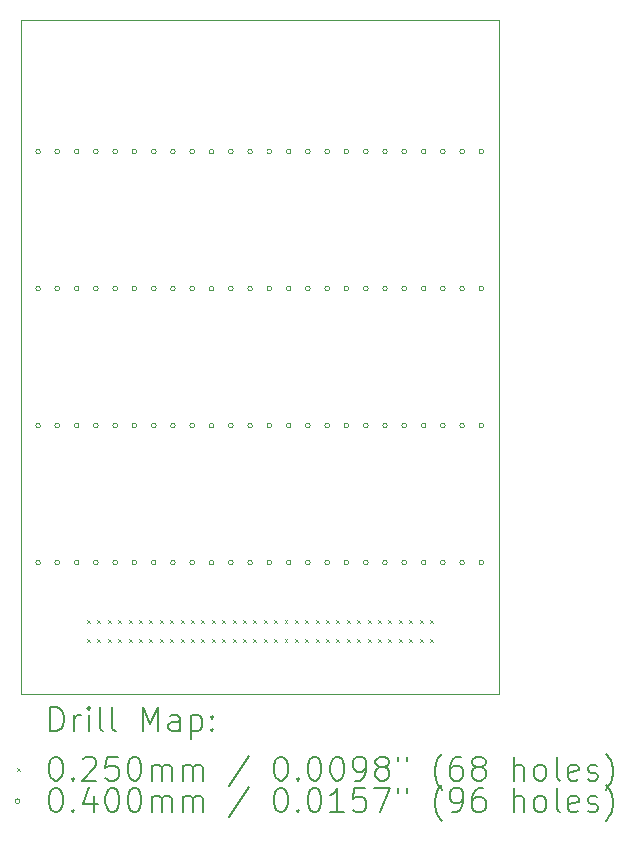
<source format=gbr>
%FSLAX45Y45*%
G04 Gerber Fmt 4.5, Leading zero omitted, Abs format (unit mm)*
G04 Created by KiCad (PCBNEW (6.0.2)) date 2022-07-21 21:07:06*
%MOMM*%
%LPD*%
G01*
G04 APERTURE LIST*
%TA.AperFunction,Profile*%
%ADD10C,0.100000*%
%TD*%
%ADD11C,0.200000*%
%ADD12C,0.025000*%
%ADD13C,0.040000*%
G04 APERTURE END LIST*
D10*
X13595024Y-11460000D02*
X17644976Y-11460000D01*
X17644976Y-11460000D02*
X17644976Y-5760000D01*
X17644976Y-5760000D02*
X13595024Y-5760000D01*
X13595024Y-5760000D02*
X13595024Y-11460000D01*
D11*
D12*
X14158439Y-10839901D02*
X14183439Y-10864901D01*
X14183439Y-10839901D02*
X14158439Y-10864901D01*
X14158439Y-10995101D02*
X14183439Y-11020101D01*
X14183439Y-10995101D02*
X14158439Y-11020101D01*
X14246429Y-10839901D02*
X14271429Y-10864901D01*
X14271429Y-10839901D02*
X14246429Y-10864901D01*
X14246429Y-10995101D02*
X14271429Y-11020101D01*
X14271429Y-10995101D02*
X14246429Y-11020101D01*
X14334419Y-10839901D02*
X14359419Y-10864901D01*
X14359419Y-10839901D02*
X14334419Y-10864901D01*
X14334419Y-10995101D02*
X14359419Y-11020101D01*
X14359419Y-10995101D02*
X14334419Y-11020101D01*
X14422409Y-10839901D02*
X14447409Y-10864901D01*
X14447409Y-10839901D02*
X14422409Y-10864901D01*
X14422409Y-10995101D02*
X14447409Y-11020101D01*
X14447409Y-10995101D02*
X14422409Y-11020101D01*
X14510399Y-10839901D02*
X14535399Y-10864901D01*
X14535399Y-10839901D02*
X14510399Y-10864901D01*
X14510399Y-10995101D02*
X14535399Y-11020101D01*
X14535399Y-10995101D02*
X14510399Y-11020101D01*
X14598389Y-10839901D02*
X14623389Y-10864901D01*
X14623389Y-10839901D02*
X14598389Y-10864901D01*
X14598389Y-10995101D02*
X14623389Y-11020101D01*
X14623389Y-10995101D02*
X14598389Y-11020101D01*
X14686379Y-10839901D02*
X14711379Y-10864901D01*
X14711379Y-10839901D02*
X14686379Y-10864901D01*
X14686379Y-10995101D02*
X14711379Y-11020101D01*
X14711379Y-10995101D02*
X14686379Y-11020101D01*
X14774369Y-10839901D02*
X14799369Y-10864901D01*
X14799369Y-10839901D02*
X14774369Y-10864901D01*
X14774369Y-10995101D02*
X14799369Y-11020101D01*
X14799369Y-10995101D02*
X14774369Y-11020101D01*
X14862359Y-10839901D02*
X14887359Y-10864901D01*
X14887359Y-10839901D02*
X14862359Y-10864901D01*
X14862359Y-10995101D02*
X14887359Y-11020101D01*
X14887359Y-10995101D02*
X14862359Y-11020101D01*
X14950349Y-10839901D02*
X14975349Y-10864901D01*
X14975349Y-10839901D02*
X14950349Y-10864901D01*
X14950349Y-10995101D02*
X14975349Y-11020101D01*
X14975349Y-10995101D02*
X14950349Y-11020101D01*
X15038339Y-10839901D02*
X15063339Y-10864901D01*
X15063339Y-10839901D02*
X15038339Y-10864901D01*
X15038339Y-10995101D02*
X15063339Y-11020101D01*
X15063339Y-10995101D02*
X15038339Y-11020101D01*
X15126329Y-10839901D02*
X15151329Y-10864901D01*
X15151329Y-10839901D02*
X15126329Y-10864901D01*
X15126329Y-10995101D02*
X15151329Y-11020101D01*
X15151329Y-10995101D02*
X15126329Y-11020101D01*
X15214319Y-10839901D02*
X15239319Y-10864901D01*
X15239319Y-10839901D02*
X15214319Y-10864901D01*
X15214319Y-10995101D02*
X15239319Y-11020101D01*
X15239319Y-10995101D02*
X15214319Y-11020101D01*
X15302309Y-10839901D02*
X15327309Y-10864901D01*
X15327309Y-10839901D02*
X15302309Y-10864901D01*
X15302309Y-10995101D02*
X15327309Y-11020101D01*
X15327309Y-10995101D02*
X15302309Y-11020101D01*
X15390299Y-10839901D02*
X15415299Y-10864901D01*
X15415299Y-10839901D02*
X15390299Y-10864901D01*
X15390299Y-10995101D02*
X15415299Y-11020101D01*
X15415299Y-10995101D02*
X15390299Y-11020101D01*
X15478289Y-10839901D02*
X15503289Y-10864901D01*
X15503289Y-10839901D02*
X15478289Y-10864901D01*
X15478289Y-10995101D02*
X15503289Y-11020101D01*
X15503289Y-10995101D02*
X15478289Y-11020101D01*
X15566279Y-10839901D02*
X15591279Y-10864901D01*
X15591279Y-10839901D02*
X15566279Y-10864901D01*
X15566279Y-10995101D02*
X15591279Y-11020101D01*
X15591279Y-10995101D02*
X15566279Y-11020101D01*
X15654269Y-10839901D02*
X15679269Y-10864901D01*
X15679269Y-10839901D02*
X15654269Y-10864901D01*
X15654269Y-10995101D02*
X15679269Y-11020101D01*
X15679269Y-10995101D02*
X15654269Y-11020101D01*
X15742259Y-10839901D02*
X15767259Y-10864901D01*
X15767259Y-10839901D02*
X15742259Y-10864901D01*
X15742259Y-10995101D02*
X15767259Y-11020101D01*
X15767259Y-10995101D02*
X15742259Y-11020101D01*
X15830249Y-10839901D02*
X15855249Y-10864901D01*
X15855249Y-10839901D02*
X15830249Y-10864901D01*
X15830249Y-10995101D02*
X15855249Y-11020101D01*
X15855249Y-10995101D02*
X15830249Y-11020101D01*
X15918239Y-10839901D02*
X15943239Y-10864901D01*
X15943239Y-10839901D02*
X15918239Y-10864901D01*
X15918239Y-10995101D02*
X15943239Y-11020101D01*
X15943239Y-10995101D02*
X15918239Y-11020101D01*
X16006229Y-10839901D02*
X16031229Y-10864901D01*
X16031229Y-10839901D02*
X16006229Y-10864901D01*
X16006229Y-10995101D02*
X16031229Y-11020101D01*
X16031229Y-10995101D02*
X16006229Y-11020101D01*
X16094219Y-10839901D02*
X16119219Y-10864901D01*
X16119219Y-10839901D02*
X16094219Y-10864901D01*
X16094219Y-10995101D02*
X16119219Y-11020101D01*
X16119219Y-10995101D02*
X16094219Y-11020101D01*
X16182209Y-10839901D02*
X16207209Y-10864901D01*
X16207209Y-10839901D02*
X16182209Y-10864901D01*
X16182209Y-10995101D02*
X16207209Y-11020101D01*
X16207209Y-10995101D02*
X16182209Y-11020101D01*
X16270199Y-10839901D02*
X16295199Y-10864901D01*
X16295199Y-10839901D02*
X16270199Y-10864901D01*
X16270199Y-10995101D02*
X16295199Y-11020101D01*
X16295199Y-10995101D02*
X16270199Y-11020101D01*
X16358189Y-10839901D02*
X16383189Y-10864901D01*
X16383189Y-10839901D02*
X16358189Y-10864901D01*
X16358189Y-10995101D02*
X16383189Y-11020101D01*
X16383189Y-10995101D02*
X16358189Y-11020101D01*
X16446179Y-10839901D02*
X16471179Y-10864901D01*
X16471179Y-10839901D02*
X16446179Y-10864901D01*
X16446179Y-10995101D02*
X16471179Y-11020101D01*
X16471179Y-10995101D02*
X16446179Y-11020101D01*
X16534169Y-10839901D02*
X16559169Y-10864901D01*
X16559169Y-10839901D02*
X16534169Y-10864901D01*
X16534169Y-10995101D02*
X16559169Y-11020101D01*
X16559169Y-10995101D02*
X16534169Y-11020101D01*
X16622159Y-10839901D02*
X16647159Y-10864901D01*
X16647159Y-10839901D02*
X16622159Y-10864901D01*
X16622159Y-10995101D02*
X16647159Y-11020101D01*
X16647159Y-10995101D02*
X16622159Y-11020101D01*
X16710149Y-10839901D02*
X16735149Y-10864901D01*
X16735149Y-10839901D02*
X16710149Y-10864901D01*
X16710149Y-10995101D02*
X16735149Y-11020101D01*
X16735149Y-10995101D02*
X16710149Y-11020101D01*
X16798139Y-10839901D02*
X16823139Y-10864901D01*
X16823139Y-10839901D02*
X16798139Y-10864901D01*
X16798139Y-10995101D02*
X16823139Y-11020101D01*
X16823139Y-10995101D02*
X16798139Y-11020101D01*
X16886129Y-10839901D02*
X16911129Y-10864901D01*
X16911129Y-10839901D02*
X16886129Y-10864901D01*
X16886129Y-10995101D02*
X16911129Y-11020101D01*
X16911129Y-10995101D02*
X16886129Y-11020101D01*
X16974119Y-10839901D02*
X16999119Y-10864901D01*
X16999119Y-10839901D02*
X16974119Y-10864901D01*
X16974119Y-10995101D02*
X16999119Y-11020101D01*
X16999119Y-10995101D02*
X16974119Y-11020101D01*
X17062109Y-10839901D02*
X17087109Y-10864901D01*
X17087109Y-10839901D02*
X17062109Y-10864901D01*
X17062109Y-10995101D02*
X17087109Y-11020101D01*
X17087109Y-10995101D02*
X17062109Y-11020101D01*
D13*
X13763200Y-6870000D02*
G75*
G03*
X13763200Y-6870000I-20000J0D01*
G01*
X13763200Y-8030000D02*
G75*
G03*
X13763200Y-8030000I-20000J0D01*
G01*
X13763200Y-9190000D02*
G75*
G03*
X13763200Y-9190000I-20000J0D01*
G01*
X13763200Y-10350000D02*
G75*
G03*
X13763200Y-10350000I-20000J0D01*
G01*
X13926400Y-6870000D02*
G75*
G03*
X13926400Y-6870000I-20000J0D01*
G01*
X13926400Y-8030000D02*
G75*
G03*
X13926400Y-8030000I-20000J0D01*
G01*
X13926400Y-9190000D02*
G75*
G03*
X13926400Y-9190000I-20000J0D01*
G01*
X13926400Y-10350000D02*
G75*
G03*
X13926400Y-10350000I-20000J0D01*
G01*
X14089600Y-6870000D02*
G75*
G03*
X14089600Y-6870000I-20000J0D01*
G01*
X14089600Y-8030000D02*
G75*
G03*
X14089600Y-8030000I-20000J0D01*
G01*
X14089600Y-9190000D02*
G75*
G03*
X14089600Y-9190000I-20000J0D01*
G01*
X14089600Y-10350000D02*
G75*
G03*
X14089600Y-10350000I-20000J0D01*
G01*
X14252800Y-6870000D02*
G75*
G03*
X14252800Y-6870000I-20000J0D01*
G01*
X14252800Y-8030000D02*
G75*
G03*
X14252800Y-8030000I-20000J0D01*
G01*
X14252800Y-9190000D02*
G75*
G03*
X14252800Y-9190000I-20000J0D01*
G01*
X14252800Y-10350000D02*
G75*
G03*
X14252800Y-10350000I-20000J0D01*
G01*
X14416000Y-6870000D02*
G75*
G03*
X14416000Y-6870000I-20000J0D01*
G01*
X14416000Y-8030000D02*
G75*
G03*
X14416000Y-8030000I-20000J0D01*
G01*
X14416000Y-9190000D02*
G75*
G03*
X14416000Y-9190000I-20000J0D01*
G01*
X14416000Y-10350000D02*
G75*
G03*
X14416000Y-10350000I-20000J0D01*
G01*
X14579200Y-6870000D02*
G75*
G03*
X14579200Y-6870000I-20000J0D01*
G01*
X14579200Y-8030000D02*
G75*
G03*
X14579200Y-8030000I-20000J0D01*
G01*
X14579200Y-9190000D02*
G75*
G03*
X14579200Y-9190000I-20000J0D01*
G01*
X14579200Y-10350000D02*
G75*
G03*
X14579200Y-10350000I-20000J0D01*
G01*
X14742400Y-6870000D02*
G75*
G03*
X14742400Y-6870000I-20000J0D01*
G01*
X14742400Y-8030000D02*
G75*
G03*
X14742400Y-8030000I-20000J0D01*
G01*
X14742400Y-9190000D02*
G75*
G03*
X14742400Y-9190000I-20000J0D01*
G01*
X14742400Y-10350000D02*
G75*
G03*
X14742400Y-10350000I-20000J0D01*
G01*
X14905600Y-6870000D02*
G75*
G03*
X14905600Y-6870000I-20000J0D01*
G01*
X14905600Y-8030000D02*
G75*
G03*
X14905600Y-8030000I-20000J0D01*
G01*
X14905600Y-9190000D02*
G75*
G03*
X14905600Y-9190000I-20000J0D01*
G01*
X14905600Y-10350000D02*
G75*
G03*
X14905600Y-10350000I-20000J0D01*
G01*
X15068800Y-6870000D02*
G75*
G03*
X15068800Y-6870000I-20000J0D01*
G01*
X15068800Y-8030000D02*
G75*
G03*
X15068800Y-8030000I-20000J0D01*
G01*
X15068800Y-9190000D02*
G75*
G03*
X15068800Y-9190000I-20000J0D01*
G01*
X15068800Y-10350000D02*
G75*
G03*
X15068800Y-10350000I-20000J0D01*
G01*
X15232000Y-6870000D02*
G75*
G03*
X15232000Y-6870000I-20000J0D01*
G01*
X15232000Y-8030000D02*
G75*
G03*
X15232000Y-8030000I-20000J0D01*
G01*
X15232000Y-9190000D02*
G75*
G03*
X15232000Y-9190000I-20000J0D01*
G01*
X15232000Y-10350000D02*
G75*
G03*
X15232000Y-10350000I-20000J0D01*
G01*
X15395200Y-6870000D02*
G75*
G03*
X15395200Y-6870000I-20000J0D01*
G01*
X15395200Y-8030000D02*
G75*
G03*
X15395200Y-8030000I-20000J0D01*
G01*
X15395200Y-9190000D02*
G75*
G03*
X15395200Y-9190000I-20000J0D01*
G01*
X15395200Y-10350000D02*
G75*
G03*
X15395200Y-10350000I-20000J0D01*
G01*
X15558400Y-6870000D02*
G75*
G03*
X15558400Y-6870000I-20000J0D01*
G01*
X15558400Y-8030000D02*
G75*
G03*
X15558400Y-8030000I-20000J0D01*
G01*
X15558400Y-9190000D02*
G75*
G03*
X15558400Y-9190000I-20000J0D01*
G01*
X15558400Y-10350000D02*
G75*
G03*
X15558400Y-10350000I-20000J0D01*
G01*
X15721600Y-6870000D02*
G75*
G03*
X15721600Y-6870000I-20000J0D01*
G01*
X15721600Y-8030000D02*
G75*
G03*
X15721600Y-8030000I-20000J0D01*
G01*
X15721600Y-9190000D02*
G75*
G03*
X15721600Y-9190000I-20000J0D01*
G01*
X15721600Y-10350000D02*
G75*
G03*
X15721600Y-10350000I-20000J0D01*
G01*
X15884800Y-6870000D02*
G75*
G03*
X15884800Y-6870000I-20000J0D01*
G01*
X15884800Y-8030000D02*
G75*
G03*
X15884800Y-8030000I-20000J0D01*
G01*
X15884800Y-9190000D02*
G75*
G03*
X15884800Y-9190000I-20000J0D01*
G01*
X15884800Y-10350000D02*
G75*
G03*
X15884800Y-10350000I-20000J0D01*
G01*
X16048000Y-6870000D02*
G75*
G03*
X16048000Y-6870000I-20000J0D01*
G01*
X16048000Y-8030000D02*
G75*
G03*
X16048000Y-8030000I-20000J0D01*
G01*
X16048000Y-9190000D02*
G75*
G03*
X16048000Y-9190000I-20000J0D01*
G01*
X16048000Y-10350000D02*
G75*
G03*
X16048000Y-10350000I-20000J0D01*
G01*
X16211200Y-6870000D02*
G75*
G03*
X16211200Y-6870000I-20000J0D01*
G01*
X16211200Y-8030000D02*
G75*
G03*
X16211200Y-8030000I-20000J0D01*
G01*
X16211200Y-9190000D02*
G75*
G03*
X16211200Y-9190000I-20000J0D01*
G01*
X16211200Y-10350000D02*
G75*
G03*
X16211200Y-10350000I-20000J0D01*
G01*
X16374400Y-6870000D02*
G75*
G03*
X16374400Y-6870000I-20000J0D01*
G01*
X16374400Y-8030000D02*
G75*
G03*
X16374400Y-8030000I-20000J0D01*
G01*
X16374400Y-9190000D02*
G75*
G03*
X16374400Y-9190000I-20000J0D01*
G01*
X16374400Y-10350000D02*
G75*
G03*
X16374400Y-10350000I-20000J0D01*
G01*
X16537600Y-6870000D02*
G75*
G03*
X16537600Y-6870000I-20000J0D01*
G01*
X16537600Y-8030000D02*
G75*
G03*
X16537600Y-8030000I-20000J0D01*
G01*
X16537600Y-9190000D02*
G75*
G03*
X16537600Y-9190000I-20000J0D01*
G01*
X16537600Y-10350000D02*
G75*
G03*
X16537600Y-10350000I-20000J0D01*
G01*
X16700800Y-6870000D02*
G75*
G03*
X16700800Y-6870000I-20000J0D01*
G01*
X16700800Y-8030000D02*
G75*
G03*
X16700800Y-8030000I-20000J0D01*
G01*
X16700800Y-9190000D02*
G75*
G03*
X16700800Y-9190000I-20000J0D01*
G01*
X16700800Y-10350000D02*
G75*
G03*
X16700800Y-10350000I-20000J0D01*
G01*
X16864000Y-6870000D02*
G75*
G03*
X16864000Y-6870000I-20000J0D01*
G01*
X16864000Y-8030000D02*
G75*
G03*
X16864000Y-8030000I-20000J0D01*
G01*
X16864000Y-9190000D02*
G75*
G03*
X16864000Y-9190000I-20000J0D01*
G01*
X16864000Y-10350000D02*
G75*
G03*
X16864000Y-10350000I-20000J0D01*
G01*
X17027200Y-6870000D02*
G75*
G03*
X17027200Y-6870000I-20000J0D01*
G01*
X17027200Y-8030000D02*
G75*
G03*
X17027200Y-8030000I-20000J0D01*
G01*
X17027200Y-9190000D02*
G75*
G03*
X17027200Y-9190000I-20000J0D01*
G01*
X17027200Y-10350000D02*
G75*
G03*
X17027200Y-10350000I-20000J0D01*
G01*
X17190400Y-6870000D02*
G75*
G03*
X17190400Y-6870000I-20000J0D01*
G01*
X17190400Y-8030000D02*
G75*
G03*
X17190400Y-8030000I-20000J0D01*
G01*
X17190400Y-9190000D02*
G75*
G03*
X17190400Y-9190000I-20000J0D01*
G01*
X17190400Y-10350000D02*
G75*
G03*
X17190400Y-10350000I-20000J0D01*
G01*
X17353600Y-6870000D02*
G75*
G03*
X17353600Y-6870000I-20000J0D01*
G01*
X17353600Y-8030000D02*
G75*
G03*
X17353600Y-8030000I-20000J0D01*
G01*
X17353600Y-9190000D02*
G75*
G03*
X17353600Y-9190000I-20000J0D01*
G01*
X17353600Y-10350000D02*
G75*
G03*
X17353600Y-10350000I-20000J0D01*
G01*
X17516800Y-6870000D02*
G75*
G03*
X17516800Y-6870000I-20000J0D01*
G01*
X17516800Y-8030000D02*
G75*
G03*
X17516800Y-8030000I-20000J0D01*
G01*
X17516800Y-9190000D02*
G75*
G03*
X17516800Y-9190000I-20000J0D01*
G01*
X17516800Y-10350000D02*
G75*
G03*
X17516800Y-10350000I-20000J0D01*
G01*
D11*
X13847643Y-11775476D02*
X13847643Y-11575476D01*
X13895262Y-11575476D01*
X13923833Y-11585000D01*
X13942881Y-11604048D01*
X13952405Y-11623095D01*
X13961929Y-11661190D01*
X13961929Y-11689762D01*
X13952405Y-11727857D01*
X13942881Y-11746905D01*
X13923833Y-11765952D01*
X13895262Y-11775476D01*
X13847643Y-11775476D01*
X14047643Y-11775476D02*
X14047643Y-11642143D01*
X14047643Y-11680238D02*
X14057167Y-11661190D01*
X14066691Y-11651667D01*
X14085738Y-11642143D01*
X14104786Y-11642143D01*
X14171452Y-11775476D02*
X14171452Y-11642143D01*
X14171452Y-11575476D02*
X14161929Y-11585000D01*
X14171452Y-11594524D01*
X14180976Y-11585000D01*
X14171452Y-11575476D01*
X14171452Y-11594524D01*
X14295262Y-11775476D02*
X14276214Y-11765952D01*
X14266691Y-11746905D01*
X14266691Y-11575476D01*
X14400024Y-11775476D02*
X14380976Y-11765952D01*
X14371452Y-11746905D01*
X14371452Y-11575476D01*
X14628595Y-11775476D02*
X14628595Y-11575476D01*
X14695262Y-11718333D01*
X14761929Y-11575476D01*
X14761929Y-11775476D01*
X14942881Y-11775476D02*
X14942881Y-11670714D01*
X14933357Y-11651667D01*
X14914310Y-11642143D01*
X14876214Y-11642143D01*
X14857167Y-11651667D01*
X14942881Y-11765952D02*
X14923833Y-11775476D01*
X14876214Y-11775476D01*
X14857167Y-11765952D01*
X14847643Y-11746905D01*
X14847643Y-11727857D01*
X14857167Y-11708809D01*
X14876214Y-11699286D01*
X14923833Y-11699286D01*
X14942881Y-11689762D01*
X15038119Y-11642143D02*
X15038119Y-11842143D01*
X15038119Y-11651667D02*
X15057167Y-11642143D01*
X15095262Y-11642143D01*
X15114310Y-11651667D01*
X15123833Y-11661190D01*
X15133357Y-11680238D01*
X15133357Y-11737381D01*
X15123833Y-11756428D01*
X15114310Y-11765952D01*
X15095262Y-11775476D01*
X15057167Y-11775476D01*
X15038119Y-11765952D01*
X15219072Y-11756428D02*
X15228595Y-11765952D01*
X15219072Y-11775476D01*
X15209548Y-11765952D01*
X15219072Y-11756428D01*
X15219072Y-11775476D01*
X15219072Y-11651667D02*
X15228595Y-11661190D01*
X15219072Y-11670714D01*
X15209548Y-11661190D01*
X15219072Y-11651667D01*
X15219072Y-11670714D01*
D12*
X13565024Y-12092500D02*
X13590024Y-12117500D01*
X13590024Y-12092500D02*
X13565024Y-12117500D01*
D11*
X13885738Y-11995476D02*
X13904786Y-11995476D01*
X13923833Y-12005000D01*
X13933357Y-12014524D01*
X13942881Y-12033571D01*
X13952405Y-12071667D01*
X13952405Y-12119286D01*
X13942881Y-12157381D01*
X13933357Y-12176428D01*
X13923833Y-12185952D01*
X13904786Y-12195476D01*
X13885738Y-12195476D01*
X13866691Y-12185952D01*
X13857167Y-12176428D01*
X13847643Y-12157381D01*
X13838119Y-12119286D01*
X13838119Y-12071667D01*
X13847643Y-12033571D01*
X13857167Y-12014524D01*
X13866691Y-12005000D01*
X13885738Y-11995476D01*
X14038119Y-12176428D02*
X14047643Y-12185952D01*
X14038119Y-12195476D01*
X14028595Y-12185952D01*
X14038119Y-12176428D01*
X14038119Y-12195476D01*
X14123833Y-12014524D02*
X14133357Y-12005000D01*
X14152405Y-11995476D01*
X14200024Y-11995476D01*
X14219072Y-12005000D01*
X14228595Y-12014524D01*
X14238119Y-12033571D01*
X14238119Y-12052619D01*
X14228595Y-12081190D01*
X14114310Y-12195476D01*
X14238119Y-12195476D01*
X14419072Y-11995476D02*
X14323833Y-11995476D01*
X14314310Y-12090714D01*
X14323833Y-12081190D01*
X14342881Y-12071667D01*
X14390500Y-12071667D01*
X14409548Y-12081190D01*
X14419072Y-12090714D01*
X14428595Y-12109762D01*
X14428595Y-12157381D01*
X14419072Y-12176428D01*
X14409548Y-12185952D01*
X14390500Y-12195476D01*
X14342881Y-12195476D01*
X14323833Y-12185952D01*
X14314310Y-12176428D01*
X14552405Y-11995476D02*
X14571452Y-11995476D01*
X14590500Y-12005000D01*
X14600024Y-12014524D01*
X14609548Y-12033571D01*
X14619072Y-12071667D01*
X14619072Y-12119286D01*
X14609548Y-12157381D01*
X14600024Y-12176428D01*
X14590500Y-12185952D01*
X14571452Y-12195476D01*
X14552405Y-12195476D01*
X14533357Y-12185952D01*
X14523833Y-12176428D01*
X14514310Y-12157381D01*
X14504786Y-12119286D01*
X14504786Y-12071667D01*
X14514310Y-12033571D01*
X14523833Y-12014524D01*
X14533357Y-12005000D01*
X14552405Y-11995476D01*
X14704786Y-12195476D02*
X14704786Y-12062143D01*
X14704786Y-12081190D02*
X14714310Y-12071667D01*
X14733357Y-12062143D01*
X14761929Y-12062143D01*
X14780976Y-12071667D01*
X14790500Y-12090714D01*
X14790500Y-12195476D01*
X14790500Y-12090714D02*
X14800024Y-12071667D01*
X14819072Y-12062143D01*
X14847643Y-12062143D01*
X14866691Y-12071667D01*
X14876214Y-12090714D01*
X14876214Y-12195476D01*
X14971452Y-12195476D02*
X14971452Y-12062143D01*
X14971452Y-12081190D02*
X14980976Y-12071667D01*
X15000024Y-12062143D01*
X15028595Y-12062143D01*
X15047643Y-12071667D01*
X15057167Y-12090714D01*
X15057167Y-12195476D01*
X15057167Y-12090714D02*
X15066691Y-12071667D01*
X15085738Y-12062143D01*
X15114310Y-12062143D01*
X15133357Y-12071667D01*
X15142881Y-12090714D01*
X15142881Y-12195476D01*
X15533357Y-11985952D02*
X15361929Y-12243095D01*
X15790500Y-11995476D02*
X15809548Y-11995476D01*
X15828595Y-12005000D01*
X15838119Y-12014524D01*
X15847643Y-12033571D01*
X15857167Y-12071667D01*
X15857167Y-12119286D01*
X15847643Y-12157381D01*
X15838119Y-12176428D01*
X15828595Y-12185952D01*
X15809548Y-12195476D01*
X15790500Y-12195476D01*
X15771452Y-12185952D01*
X15761929Y-12176428D01*
X15752405Y-12157381D01*
X15742881Y-12119286D01*
X15742881Y-12071667D01*
X15752405Y-12033571D01*
X15761929Y-12014524D01*
X15771452Y-12005000D01*
X15790500Y-11995476D01*
X15942881Y-12176428D02*
X15952405Y-12185952D01*
X15942881Y-12195476D01*
X15933357Y-12185952D01*
X15942881Y-12176428D01*
X15942881Y-12195476D01*
X16076214Y-11995476D02*
X16095262Y-11995476D01*
X16114310Y-12005000D01*
X16123833Y-12014524D01*
X16133357Y-12033571D01*
X16142881Y-12071667D01*
X16142881Y-12119286D01*
X16133357Y-12157381D01*
X16123833Y-12176428D01*
X16114310Y-12185952D01*
X16095262Y-12195476D01*
X16076214Y-12195476D01*
X16057167Y-12185952D01*
X16047643Y-12176428D01*
X16038119Y-12157381D01*
X16028595Y-12119286D01*
X16028595Y-12071667D01*
X16038119Y-12033571D01*
X16047643Y-12014524D01*
X16057167Y-12005000D01*
X16076214Y-11995476D01*
X16266691Y-11995476D02*
X16285738Y-11995476D01*
X16304786Y-12005000D01*
X16314310Y-12014524D01*
X16323833Y-12033571D01*
X16333357Y-12071667D01*
X16333357Y-12119286D01*
X16323833Y-12157381D01*
X16314310Y-12176428D01*
X16304786Y-12185952D01*
X16285738Y-12195476D01*
X16266691Y-12195476D01*
X16247643Y-12185952D01*
X16238119Y-12176428D01*
X16228595Y-12157381D01*
X16219072Y-12119286D01*
X16219072Y-12071667D01*
X16228595Y-12033571D01*
X16238119Y-12014524D01*
X16247643Y-12005000D01*
X16266691Y-11995476D01*
X16428595Y-12195476D02*
X16466691Y-12195476D01*
X16485738Y-12185952D01*
X16495262Y-12176428D01*
X16514310Y-12147857D01*
X16523833Y-12109762D01*
X16523833Y-12033571D01*
X16514310Y-12014524D01*
X16504786Y-12005000D01*
X16485738Y-11995476D01*
X16447643Y-11995476D01*
X16428595Y-12005000D01*
X16419072Y-12014524D01*
X16409548Y-12033571D01*
X16409548Y-12081190D01*
X16419072Y-12100238D01*
X16428595Y-12109762D01*
X16447643Y-12119286D01*
X16485738Y-12119286D01*
X16504786Y-12109762D01*
X16514310Y-12100238D01*
X16523833Y-12081190D01*
X16638119Y-12081190D02*
X16619072Y-12071667D01*
X16609548Y-12062143D01*
X16600024Y-12043095D01*
X16600024Y-12033571D01*
X16609548Y-12014524D01*
X16619072Y-12005000D01*
X16638119Y-11995476D01*
X16676214Y-11995476D01*
X16695262Y-12005000D01*
X16704786Y-12014524D01*
X16714310Y-12033571D01*
X16714310Y-12043095D01*
X16704786Y-12062143D01*
X16695262Y-12071667D01*
X16676214Y-12081190D01*
X16638119Y-12081190D01*
X16619072Y-12090714D01*
X16609548Y-12100238D01*
X16600024Y-12119286D01*
X16600024Y-12157381D01*
X16609548Y-12176428D01*
X16619072Y-12185952D01*
X16638119Y-12195476D01*
X16676214Y-12195476D01*
X16695262Y-12185952D01*
X16704786Y-12176428D01*
X16714310Y-12157381D01*
X16714310Y-12119286D01*
X16704786Y-12100238D01*
X16695262Y-12090714D01*
X16676214Y-12081190D01*
X16790500Y-11995476D02*
X16790500Y-12033571D01*
X16866691Y-11995476D02*
X16866691Y-12033571D01*
X17161929Y-12271667D02*
X17152405Y-12262143D01*
X17133357Y-12233571D01*
X17123834Y-12214524D01*
X17114310Y-12185952D01*
X17104786Y-12138333D01*
X17104786Y-12100238D01*
X17114310Y-12052619D01*
X17123834Y-12024048D01*
X17133357Y-12005000D01*
X17152405Y-11976428D01*
X17161929Y-11966905D01*
X17323834Y-11995476D02*
X17285738Y-11995476D01*
X17266691Y-12005000D01*
X17257167Y-12014524D01*
X17238119Y-12043095D01*
X17228595Y-12081190D01*
X17228595Y-12157381D01*
X17238119Y-12176428D01*
X17247643Y-12185952D01*
X17266691Y-12195476D01*
X17304786Y-12195476D01*
X17323834Y-12185952D01*
X17333357Y-12176428D01*
X17342881Y-12157381D01*
X17342881Y-12109762D01*
X17333357Y-12090714D01*
X17323834Y-12081190D01*
X17304786Y-12071667D01*
X17266691Y-12071667D01*
X17247643Y-12081190D01*
X17238119Y-12090714D01*
X17228595Y-12109762D01*
X17457167Y-12081190D02*
X17438119Y-12071667D01*
X17428595Y-12062143D01*
X17419072Y-12043095D01*
X17419072Y-12033571D01*
X17428595Y-12014524D01*
X17438119Y-12005000D01*
X17457167Y-11995476D01*
X17495262Y-11995476D01*
X17514310Y-12005000D01*
X17523834Y-12014524D01*
X17533357Y-12033571D01*
X17533357Y-12043095D01*
X17523834Y-12062143D01*
X17514310Y-12071667D01*
X17495262Y-12081190D01*
X17457167Y-12081190D01*
X17438119Y-12090714D01*
X17428595Y-12100238D01*
X17419072Y-12119286D01*
X17419072Y-12157381D01*
X17428595Y-12176428D01*
X17438119Y-12185952D01*
X17457167Y-12195476D01*
X17495262Y-12195476D01*
X17514310Y-12185952D01*
X17523834Y-12176428D01*
X17533357Y-12157381D01*
X17533357Y-12119286D01*
X17523834Y-12100238D01*
X17514310Y-12090714D01*
X17495262Y-12081190D01*
X17771453Y-12195476D02*
X17771453Y-11995476D01*
X17857167Y-12195476D02*
X17857167Y-12090714D01*
X17847643Y-12071667D01*
X17828595Y-12062143D01*
X17800024Y-12062143D01*
X17780976Y-12071667D01*
X17771453Y-12081190D01*
X17980976Y-12195476D02*
X17961929Y-12185952D01*
X17952405Y-12176428D01*
X17942881Y-12157381D01*
X17942881Y-12100238D01*
X17952405Y-12081190D01*
X17961929Y-12071667D01*
X17980976Y-12062143D01*
X18009548Y-12062143D01*
X18028595Y-12071667D01*
X18038119Y-12081190D01*
X18047643Y-12100238D01*
X18047643Y-12157381D01*
X18038119Y-12176428D01*
X18028595Y-12185952D01*
X18009548Y-12195476D01*
X17980976Y-12195476D01*
X18161929Y-12195476D02*
X18142881Y-12185952D01*
X18133357Y-12166905D01*
X18133357Y-11995476D01*
X18314310Y-12185952D02*
X18295262Y-12195476D01*
X18257167Y-12195476D01*
X18238119Y-12185952D01*
X18228595Y-12166905D01*
X18228595Y-12090714D01*
X18238119Y-12071667D01*
X18257167Y-12062143D01*
X18295262Y-12062143D01*
X18314310Y-12071667D01*
X18323834Y-12090714D01*
X18323834Y-12109762D01*
X18228595Y-12128809D01*
X18400024Y-12185952D02*
X18419072Y-12195476D01*
X18457167Y-12195476D01*
X18476214Y-12185952D01*
X18485738Y-12166905D01*
X18485738Y-12157381D01*
X18476214Y-12138333D01*
X18457167Y-12128809D01*
X18428595Y-12128809D01*
X18409548Y-12119286D01*
X18400024Y-12100238D01*
X18400024Y-12090714D01*
X18409548Y-12071667D01*
X18428595Y-12062143D01*
X18457167Y-12062143D01*
X18476214Y-12071667D01*
X18552405Y-12271667D02*
X18561929Y-12262143D01*
X18580976Y-12233571D01*
X18590500Y-12214524D01*
X18600024Y-12185952D01*
X18609548Y-12138333D01*
X18609548Y-12100238D01*
X18600024Y-12052619D01*
X18590500Y-12024048D01*
X18580976Y-12005000D01*
X18561929Y-11976428D01*
X18552405Y-11966905D01*
D13*
X13590024Y-12369000D02*
G75*
G03*
X13590024Y-12369000I-20000J0D01*
G01*
D11*
X13885738Y-12259476D02*
X13904786Y-12259476D01*
X13923833Y-12269000D01*
X13933357Y-12278524D01*
X13942881Y-12297571D01*
X13952405Y-12335667D01*
X13952405Y-12383286D01*
X13942881Y-12421381D01*
X13933357Y-12440428D01*
X13923833Y-12449952D01*
X13904786Y-12459476D01*
X13885738Y-12459476D01*
X13866691Y-12449952D01*
X13857167Y-12440428D01*
X13847643Y-12421381D01*
X13838119Y-12383286D01*
X13838119Y-12335667D01*
X13847643Y-12297571D01*
X13857167Y-12278524D01*
X13866691Y-12269000D01*
X13885738Y-12259476D01*
X14038119Y-12440428D02*
X14047643Y-12449952D01*
X14038119Y-12459476D01*
X14028595Y-12449952D01*
X14038119Y-12440428D01*
X14038119Y-12459476D01*
X14219072Y-12326143D02*
X14219072Y-12459476D01*
X14171452Y-12249952D02*
X14123833Y-12392809D01*
X14247643Y-12392809D01*
X14361929Y-12259476D02*
X14380976Y-12259476D01*
X14400024Y-12269000D01*
X14409548Y-12278524D01*
X14419072Y-12297571D01*
X14428595Y-12335667D01*
X14428595Y-12383286D01*
X14419072Y-12421381D01*
X14409548Y-12440428D01*
X14400024Y-12449952D01*
X14380976Y-12459476D01*
X14361929Y-12459476D01*
X14342881Y-12449952D01*
X14333357Y-12440428D01*
X14323833Y-12421381D01*
X14314310Y-12383286D01*
X14314310Y-12335667D01*
X14323833Y-12297571D01*
X14333357Y-12278524D01*
X14342881Y-12269000D01*
X14361929Y-12259476D01*
X14552405Y-12259476D02*
X14571452Y-12259476D01*
X14590500Y-12269000D01*
X14600024Y-12278524D01*
X14609548Y-12297571D01*
X14619072Y-12335667D01*
X14619072Y-12383286D01*
X14609548Y-12421381D01*
X14600024Y-12440428D01*
X14590500Y-12449952D01*
X14571452Y-12459476D01*
X14552405Y-12459476D01*
X14533357Y-12449952D01*
X14523833Y-12440428D01*
X14514310Y-12421381D01*
X14504786Y-12383286D01*
X14504786Y-12335667D01*
X14514310Y-12297571D01*
X14523833Y-12278524D01*
X14533357Y-12269000D01*
X14552405Y-12259476D01*
X14704786Y-12459476D02*
X14704786Y-12326143D01*
X14704786Y-12345190D02*
X14714310Y-12335667D01*
X14733357Y-12326143D01*
X14761929Y-12326143D01*
X14780976Y-12335667D01*
X14790500Y-12354714D01*
X14790500Y-12459476D01*
X14790500Y-12354714D02*
X14800024Y-12335667D01*
X14819072Y-12326143D01*
X14847643Y-12326143D01*
X14866691Y-12335667D01*
X14876214Y-12354714D01*
X14876214Y-12459476D01*
X14971452Y-12459476D02*
X14971452Y-12326143D01*
X14971452Y-12345190D02*
X14980976Y-12335667D01*
X15000024Y-12326143D01*
X15028595Y-12326143D01*
X15047643Y-12335667D01*
X15057167Y-12354714D01*
X15057167Y-12459476D01*
X15057167Y-12354714D02*
X15066691Y-12335667D01*
X15085738Y-12326143D01*
X15114310Y-12326143D01*
X15133357Y-12335667D01*
X15142881Y-12354714D01*
X15142881Y-12459476D01*
X15533357Y-12249952D02*
X15361929Y-12507095D01*
X15790500Y-12259476D02*
X15809548Y-12259476D01*
X15828595Y-12269000D01*
X15838119Y-12278524D01*
X15847643Y-12297571D01*
X15857167Y-12335667D01*
X15857167Y-12383286D01*
X15847643Y-12421381D01*
X15838119Y-12440428D01*
X15828595Y-12449952D01*
X15809548Y-12459476D01*
X15790500Y-12459476D01*
X15771452Y-12449952D01*
X15761929Y-12440428D01*
X15752405Y-12421381D01*
X15742881Y-12383286D01*
X15742881Y-12335667D01*
X15752405Y-12297571D01*
X15761929Y-12278524D01*
X15771452Y-12269000D01*
X15790500Y-12259476D01*
X15942881Y-12440428D02*
X15952405Y-12449952D01*
X15942881Y-12459476D01*
X15933357Y-12449952D01*
X15942881Y-12440428D01*
X15942881Y-12459476D01*
X16076214Y-12259476D02*
X16095262Y-12259476D01*
X16114310Y-12269000D01*
X16123833Y-12278524D01*
X16133357Y-12297571D01*
X16142881Y-12335667D01*
X16142881Y-12383286D01*
X16133357Y-12421381D01*
X16123833Y-12440428D01*
X16114310Y-12449952D01*
X16095262Y-12459476D01*
X16076214Y-12459476D01*
X16057167Y-12449952D01*
X16047643Y-12440428D01*
X16038119Y-12421381D01*
X16028595Y-12383286D01*
X16028595Y-12335667D01*
X16038119Y-12297571D01*
X16047643Y-12278524D01*
X16057167Y-12269000D01*
X16076214Y-12259476D01*
X16333357Y-12459476D02*
X16219072Y-12459476D01*
X16276214Y-12459476D02*
X16276214Y-12259476D01*
X16257167Y-12288048D01*
X16238119Y-12307095D01*
X16219072Y-12316619D01*
X16514310Y-12259476D02*
X16419072Y-12259476D01*
X16409548Y-12354714D01*
X16419072Y-12345190D01*
X16438119Y-12335667D01*
X16485738Y-12335667D01*
X16504786Y-12345190D01*
X16514310Y-12354714D01*
X16523833Y-12373762D01*
X16523833Y-12421381D01*
X16514310Y-12440428D01*
X16504786Y-12449952D01*
X16485738Y-12459476D01*
X16438119Y-12459476D01*
X16419072Y-12449952D01*
X16409548Y-12440428D01*
X16590500Y-12259476D02*
X16723833Y-12259476D01*
X16638119Y-12459476D01*
X16790500Y-12259476D02*
X16790500Y-12297571D01*
X16866691Y-12259476D02*
X16866691Y-12297571D01*
X17161929Y-12535667D02*
X17152405Y-12526143D01*
X17133357Y-12497571D01*
X17123834Y-12478524D01*
X17114310Y-12449952D01*
X17104786Y-12402333D01*
X17104786Y-12364238D01*
X17114310Y-12316619D01*
X17123834Y-12288048D01*
X17133357Y-12269000D01*
X17152405Y-12240428D01*
X17161929Y-12230905D01*
X17247643Y-12459476D02*
X17285738Y-12459476D01*
X17304786Y-12449952D01*
X17314310Y-12440428D01*
X17333357Y-12411857D01*
X17342881Y-12373762D01*
X17342881Y-12297571D01*
X17333357Y-12278524D01*
X17323834Y-12269000D01*
X17304786Y-12259476D01*
X17266691Y-12259476D01*
X17247643Y-12269000D01*
X17238119Y-12278524D01*
X17228595Y-12297571D01*
X17228595Y-12345190D01*
X17238119Y-12364238D01*
X17247643Y-12373762D01*
X17266691Y-12383286D01*
X17304786Y-12383286D01*
X17323834Y-12373762D01*
X17333357Y-12364238D01*
X17342881Y-12345190D01*
X17514310Y-12259476D02*
X17476214Y-12259476D01*
X17457167Y-12269000D01*
X17447643Y-12278524D01*
X17428595Y-12307095D01*
X17419072Y-12345190D01*
X17419072Y-12421381D01*
X17428595Y-12440428D01*
X17438119Y-12449952D01*
X17457167Y-12459476D01*
X17495262Y-12459476D01*
X17514310Y-12449952D01*
X17523834Y-12440428D01*
X17533357Y-12421381D01*
X17533357Y-12373762D01*
X17523834Y-12354714D01*
X17514310Y-12345190D01*
X17495262Y-12335667D01*
X17457167Y-12335667D01*
X17438119Y-12345190D01*
X17428595Y-12354714D01*
X17419072Y-12373762D01*
X17771453Y-12459476D02*
X17771453Y-12259476D01*
X17857167Y-12459476D02*
X17857167Y-12354714D01*
X17847643Y-12335667D01*
X17828595Y-12326143D01*
X17800024Y-12326143D01*
X17780976Y-12335667D01*
X17771453Y-12345190D01*
X17980976Y-12459476D02*
X17961929Y-12449952D01*
X17952405Y-12440428D01*
X17942881Y-12421381D01*
X17942881Y-12364238D01*
X17952405Y-12345190D01*
X17961929Y-12335667D01*
X17980976Y-12326143D01*
X18009548Y-12326143D01*
X18028595Y-12335667D01*
X18038119Y-12345190D01*
X18047643Y-12364238D01*
X18047643Y-12421381D01*
X18038119Y-12440428D01*
X18028595Y-12449952D01*
X18009548Y-12459476D01*
X17980976Y-12459476D01*
X18161929Y-12459476D02*
X18142881Y-12449952D01*
X18133357Y-12430905D01*
X18133357Y-12259476D01*
X18314310Y-12449952D02*
X18295262Y-12459476D01*
X18257167Y-12459476D01*
X18238119Y-12449952D01*
X18228595Y-12430905D01*
X18228595Y-12354714D01*
X18238119Y-12335667D01*
X18257167Y-12326143D01*
X18295262Y-12326143D01*
X18314310Y-12335667D01*
X18323834Y-12354714D01*
X18323834Y-12373762D01*
X18228595Y-12392809D01*
X18400024Y-12449952D02*
X18419072Y-12459476D01*
X18457167Y-12459476D01*
X18476214Y-12449952D01*
X18485738Y-12430905D01*
X18485738Y-12421381D01*
X18476214Y-12402333D01*
X18457167Y-12392809D01*
X18428595Y-12392809D01*
X18409548Y-12383286D01*
X18400024Y-12364238D01*
X18400024Y-12354714D01*
X18409548Y-12335667D01*
X18428595Y-12326143D01*
X18457167Y-12326143D01*
X18476214Y-12335667D01*
X18552405Y-12535667D02*
X18561929Y-12526143D01*
X18580976Y-12497571D01*
X18590500Y-12478524D01*
X18600024Y-12449952D01*
X18609548Y-12402333D01*
X18609548Y-12364238D01*
X18600024Y-12316619D01*
X18590500Y-12288048D01*
X18580976Y-12269000D01*
X18561929Y-12240428D01*
X18552405Y-12230905D01*
M02*

</source>
